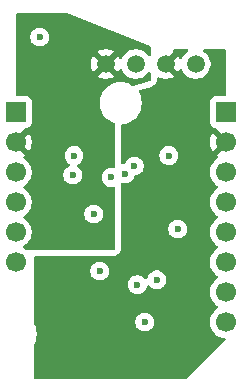
<source format=gbr>
%TF.GenerationSoftware,KiCad,Pcbnew,9.0.3*%
%TF.CreationDate,2025-12-07T20:29:12-06:00*%
%TF.ProjectId,IsolatedADSBoard,49736f6c-6174-4656-9441-4453426f6172,rev?*%
%TF.SameCoordinates,Original*%
%TF.FileFunction,Copper,L2,Inr*%
%TF.FilePolarity,Positive*%
%FSLAX46Y46*%
G04 Gerber Fmt 4.6, Leading zero omitted, Abs format (unit mm)*
G04 Created by KiCad (PCBNEW 9.0.3) date 2025-12-07 20:29:12*
%MOMM*%
%LPD*%
G01*
G04 APERTURE LIST*
%TA.AperFunction,ComponentPad*%
%ADD10C,1.500000*%
%TD*%
%TA.AperFunction,ComponentPad*%
%ADD11R,1.700000X1.700000*%
%TD*%
%TA.AperFunction,ComponentPad*%
%ADD12C,1.700000*%
%TD*%
%TA.AperFunction,ViaPad*%
%ADD13C,0.600000*%
%TD*%
G04 APERTURE END LIST*
D10*
%TO.N,GND*%
%TO.C,U14*%
X134620000Y-48006000D03*
%TO.N,VDD*%
X137160000Y-48006000D03*
%TO.N,Gnd-iso*%
X139700000Y-48006000D03*
%TO.N,5V-iso*%
X142240000Y-48006000D03*
%TD*%
D11*
%TO.N,5V-iso*%
%TO.C,J2*%
X144780000Y-52070000D03*
D12*
%TO.N,Gnd-iso*%
X144780000Y-54610000D03*
%TO.N,/Signal2-ISO*%
X144780000Y-57150000D03*
%TO.N,/Signal1-ISO*%
X144780000Y-59690000D03*
%TO.N,/AIN3*%
X144780000Y-62230000D03*
%TO.N,/AIN2*%
X144780000Y-64770000D03*
%TO.N,/AIN1*%
X144780000Y-67310000D03*
%TO.N,/AIN0*%
X144780000Y-69850000D03*
%TD*%
D11*
%TO.N,VDD*%
%TO.C,J1*%
X127000000Y-52070000D03*
D12*
%TO.N,GND*%
X127000000Y-54610000D03*
%TO.N,SDA*%
X127000000Y-57150000D03*
%TO.N,SCL*%
X127000000Y-59690000D03*
%TO.N,/Signal2-MCU*%
X127000000Y-62230000D03*
%TO.N,/Signal1-MCU*%
X127000000Y-64770000D03*
%TD*%
D13*
%TO.N,Gnd-iso*%
X130810000Y-72390000D03*
X130302000Y-65532000D03*
X139700000Y-72136000D03*
X139954000Y-59563000D03*
X137414000Y-74168000D03*
%TO.N,5V-iso*%
X137922000Y-69850000D03*
X134112000Y-65532000D03*
X140716000Y-61976000D03*
X139954000Y-55753000D03*
%TO.N,GND*%
X129032000Y-44704000D03*
X132080000Y-58949500D03*
X129286000Y-62230000D03*
%TO.N,VDD*%
X133604000Y-60706000D03*
X131931500Y-55753000D03*
X129032000Y-45720000D03*
%TO.N,SCL-5V*%
X136271000Y-57277000D03*
X137299550Y-66687550D03*
%TO.N,SDA-5V*%
X137037000Y-56642000D03*
X138938000Y-66282000D03*
%TO.N,SDA*%
X131826000Y-57404000D03*
%TO.N,SCL*%
X135076499Y-57606499D03*
%TD*%
%TA.AperFunction,Conductor*%
%TO.N,GND*%
G36*
X131340172Y-43696869D02*
G01*
X138352054Y-46501621D01*
X138406986Y-46544794D01*
X138429858Y-46610815D01*
X138430000Y-46616751D01*
X138430000Y-47244893D01*
X138410315Y-47311932D01*
X138357511Y-47357687D01*
X138288353Y-47367631D01*
X138224797Y-47338606D01*
X138205682Y-47317779D01*
X138169727Y-47268292D01*
X138113828Y-47191354D01*
X137974646Y-47052172D01*
X137815405Y-46936476D01*
X137640029Y-46847117D01*
X137452826Y-46786290D01*
X137258422Y-46755500D01*
X137258417Y-46755500D01*
X137061583Y-46755500D01*
X137061578Y-46755500D01*
X136867173Y-46786290D01*
X136679970Y-46847117D01*
X136504594Y-46936476D01*
X136413741Y-47002485D01*
X136345354Y-47052172D01*
X136345352Y-47052174D01*
X136345351Y-47052174D01*
X136206174Y-47191351D01*
X136206174Y-47191352D01*
X136206172Y-47191354D01*
X136156485Y-47259741D01*
X136090476Y-47350594D01*
X136000204Y-47527764D01*
X135952229Y-47578560D01*
X135884408Y-47595355D01*
X135818274Y-47572818D01*
X135779234Y-47527764D01*
X135689096Y-47350858D01*
X135663678Y-47315873D01*
X135663677Y-47315873D01*
X135020000Y-47959551D01*
X135020000Y-47953339D01*
X134992741Y-47851606D01*
X134940080Y-47760394D01*
X134865606Y-47685920D01*
X134774394Y-47633259D01*
X134672661Y-47606000D01*
X134666447Y-47606000D01*
X135310125Y-46962320D01*
X135310125Y-46962319D01*
X135275145Y-46936905D01*
X135099835Y-46847581D01*
X134912705Y-46786778D01*
X134718382Y-46756000D01*
X134521618Y-46756000D01*
X134327294Y-46786778D01*
X134140161Y-46847582D01*
X133964863Y-46936899D01*
X133964859Y-46936902D01*
X133929873Y-46962320D01*
X133929872Y-46962320D01*
X134573554Y-47606000D01*
X134567339Y-47606000D01*
X134465606Y-47633259D01*
X134374394Y-47685920D01*
X134299920Y-47760394D01*
X134247259Y-47851606D01*
X134220000Y-47953339D01*
X134220000Y-47959552D01*
X133576320Y-47315872D01*
X133576320Y-47315873D01*
X133550902Y-47350859D01*
X133550899Y-47350863D01*
X133461582Y-47526161D01*
X133400778Y-47713294D01*
X133370000Y-47907617D01*
X133370000Y-48104382D01*
X133400778Y-48298705D01*
X133461581Y-48485835D01*
X133550905Y-48661145D01*
X133576319Y-48696125D01*
X133576320Y-48696125D01*
X134220000Y-48052445D01*
X134220000Y-48058661D01*
X134247259Y-48160394D01*
X134299920Y-48251606D01*
X134374394Y-48326080D01*
X134465606Y-48378741D01*
X134567339Y-48406000D01*
X134573553Y-48406000D01*
X133929873Y-49049677D01*
X133929873Y-49049678D01*
X133964858Y-49075096D01*
X134140164Y-49164418D01*
X134327294Y-49225221D01*
X134521618Y-49256000D01*
X134718382Y-49256000D01*
X134912705Y-49225221D01*
X135099835Y-49164418D01*
X135275143Y-49075095D01*
X135310125Y-49049678D01*
X135310126Y-49049678D01*
X134666448Y-48406000D01*
X134672661Y-48406000D01*
X134774394Y-48378741D01*
X134865606Y-48326080D01*
X134940080Y-48251606D01*
X134992741Y-48160394D01*
X135020000Y-48058661D01*
X135020000Y-48052447D01*
X135663678Y-48696126D01*
X135663678Y-48696125D01*
X135689097Y-48661141D01*
X135779234Y-48484236D01*
X135827208Y-48433439D01*
X135895029Y-48416644D01*
X135961164Y-48439181D01*
X136000204Y-48484235D01*
X136001115Y-48486024D01*
X136001116Y-48486025D01*
X136090476Y-48661405D01*
X136206172Y-48820646D01*
X136345354Y-48959828D01*
X136504595Y-49075524D01*
X136587455Y-49117743D01*
X136679970Y-49164882D01*
X136679972Y-49164882D01*
X136679975Y-49164884D01*
X136780317Y-49197487D01*
X136867173Y-49225709D01*
X137061578Y-49256500D01*
X137061583Y-49256500D01*
X137258422Y-49256500D01*
X137452826Y-49225709D01*
X137454328Y-49225221D01*
X137640025Y-49164884D01*
X137815405Y-49075524D01*
X137974646Y-48959828D01*
X138113828Y-48820646D01*
X138205682Y-48694219D01*
X138261012Y-48651555D01*
X138330626Y-48645576D01*
X138392421Y-48678182D01*
X138426778Y-48739021D01*
X138430000Y-48767106D01*
X138430000Y-49327609D01*
X138410315Y-49394648D01*
X138357511Y-49440403D01*
X138340065Y-49446838D01*
X136963935Y-49840017D01*
X136894068Y-49839507D01*
X136867871Y-49828176D01*
X136747698Y-49758795D01*
X136674752Y-49716680D01*
X136460330Y-49627863D01*
X136460331Y-49627863D01*
X136460328Y-49627862D01*
X136318203Y-49589780D01*
X136236149Y-49567794D01*
X136207386Y-49564007D01*
X136006052Y-49537500D01*
X136006045Y-49537500D01*
X135773955Y-49537500D01*
X135773947Y-49537500D01*
X135543851Y-49567794D01*
X135319671Y-49627862D01*
X135105254Y-49716677D01*
X135105237Y-49716685D01*
X134904256Y-49832720D01*
X134904254Y-49832721D01*
X134720124Y-49974009D01*
X134720117Y-49974015D01*
X134556015Y-50138117D01*
X134556009Y-50138124D01*
X134414721Y-50322254D01*
X134414720Y-50322256D01*
X134298685Y-50523237D01*
X134298677Y-50523254D01*
X134209862Y-50737671D01*
X134149794Y-50961851D01*
X134119500Y-51191947D01*
X134119500Y-51424052D01*
X134149794Y-51654148D01*
X134209862Y-51878328D01*
X134298677Y-52092745D01*
X134298685Y-52092762D01*
X134414720Y-52293743D01*
X134414721Y-52293745D01*
X134556009Y-52477875D01*
X134556015Y-52477882D01*
X134720117Y-52641984D01*
X134720124Y-52641990D01*
X134904254Y-52783278D01*
X134904256Y-52783279D01*
X135105237Y-52899314D01*
X135105241Y-52899316D01*
X135105248Y-52899320D01*
X135105253Y-52899322D01*
X135105259Y-52899325D01*
X135184407Y-52932109D01*
X135305453Y-52982248D01*
X135359856Y-53026088D01*
X135381921Y-53092382D01*
X135382000Y-53096808D01*
X135382000Y-56699989D01*
X135362315Y-56767028D01*
X135309511Y-56812783D01*
X135240353Y-56822727D01*
X135233810Y-56821607D01*
X135155341Y-56805999D01*
X134997657Y-56805999D01*
X134997654Y-56805999D01*
X134843009Y-56836760D01*
X134842997Y-56836763D01*
X134697326Y-56897101D01*
X134697313Y-56897108D01*
X134566210Y-56984709D01*
X134566206Y-56984712D01*
X134454712Y-57096206D01*
X134454709Y-57096210D01*
X134367108Y-57227313D01*
X134367101Y-57227326D01*
X134306763Y-57372997D01*
X134306760Y-57373009D01*
X134275999Y-57527652D01*
X134275999Y-57685345D01*
X134306760Y-57839988D01*
X134306763Y-57840000D01*
X134367101Y-57985671D01*
X134367108Y-57985684D01*
X134454709Y-58116787D01*
X134454712Y-58116791D01*
X134566206Y-58228285D01*
X134566210Y-58228288D01*
X134697313Y-58315889D01*
X134697326Y-58315896D01*
X134842997Y-58376234D01*
X134843002Y-58376236D01*
X134997652Y-58406998D01*
X134997655Y-58406999D01*
X134997657Y-58406999D01*
X135155343Y-58406999D01*
X135233808Y-58391391D01*
X135303400Y-58397618D01*
X135358577Y-58440481D01*
X135381822Y-58506370D01*
X135382000Y-58513008D01*
X135382000Y-63630000D01*
X135362315Y-63697039D01*
X135309511Y-63742794D01*
X135258000Y-63754000D01*
X127939495Y-63754000D01*
X127919862Y-63748235D01*
X127899417Y-63747345D01*
X127876728Y-63735569D01*
X127872456Y-63734315D01*
X127867981Y-63731300D01*
X127867258Y-63730789D01*
X127707816Y-63614949D01*
X127691115Y-63606439D01*
X127683835Y-63601300D01*
X127667440Y-63580627D01*
X127648259Y-63562512D01*
X127646072Y-63553683D01*
X127640420Y-63546556D01*
X127637804Y-63520299D01*
X127631463Y-63494692D01*
X127634396Y-63486082D01*
X127633495Y-63477030D01*
X127645489Y-63453528D01*
X127653999Y-63428556D01*
X127661593Y-63421975D01*
X127665257Y-63414797D01*
X127679369Y-63406572D01*
X127699054Y-63389515D01*
X127707816Y-63385051D01*
X127729789Y-63369086D01*
X127879786Y-63260109D01*
X127879788Y-63260106D01*
X127879792Y-63260104D01*
X128030104Y-63109792D01*
X128030106Y-63109788D01*
X128030109Y-63109786D01*
X128155048Y-62937820D01*
X128155047Y-62937820D01*
X128155051Y-62937816D01*
X128251557Y-62748412D01*
X128317246Y-62546243D01*
X128350500Y-62336287D01*
X128350500Y-62123713D01*
X128317246Y-61913757D01*
X128251557Y-61711588D01*
X128155051Y-61522184D01*
X128155049Y-61522181D01*
X128155048Y-61522179D01*
X128030109Y-61350213D01*
X127879786Y-61199890D01*
X127707820Y-61074951D01*
X127707115Y-61074591D01*
X127699054Y-61070485D01*
X127648259Y-61022512D01*
X127631463Y-60954692D01*
X127653999Y-60888556D01*
X127699054Y-60849515D01*
X127707816Y-60845051D01*
X127790682Y-60784846D01*
X127879786Y-60720109D01*
X127879788Y-60720106D01*
X127879792Y-60720104D01*
X127972743Y-60627153D01*
X132803500Y-60627153D01*
X132803500Y-60784846D01*
X132834261Y-60939489D01*
X132834264Y-60939501D01*
X132894602Y-61085172D01*
X132894609Y-61085185D01*
X132982210Y-61216288D01*
X132982213Y-61216292D01*
X133093707Y-61327786D01*
X133093711Y-61327789D01*
X133224814Y-61415390D01*
X133224827Y-61415397D01*
X133370498Y-61475735D01*
X133370503Y-61475737D01*
X133525153Y-61506499D01*
X133525156Y-61506500D01*
X133525158Y-61506500D01*
X133682844Y-61506500D01*
X133682845Y-61506499D01*
X133837497Y-61475737D01*
X133983179Y-61415394D01*
X134114289Y-61327789D01*
X134225789Y-61216289D01*
X134313394Y-61085179D01*
X134373737Y-60939497D01*
X134404500Y-60784842D01*
X134404500Y-60627158D01*
X134404500Y-60627155D01*
X134404499Y-60627153D01*
X134393088Y-60569788D01*
X134373737Y-60472503D01*
X134342801Y-60397816D01*
X134313397Y-60326827D01*
X134313390Y-60326814D01*
X134225789Y-60195711D01*
X134225786Y-60195707D01*
X134114292Y-60084213D01*
X134114288Y-60084210D01*
X133983185Y-59996609D01*
X133983172Y-59996602D01*
X133837501Y-59936264D01*
X133837489Y-59936261D01*
X133682845Y-59905500D01*
X133682842Y-59905500D01*
X133525158Y-59905500D01*
X133525155Y-59905500D01*
X133370510Y-59936261D01*
X133370498Y-59936264D01*
X133224827Y-59996602D01*
X133224814Y-59996609D01*
X133093711Y-60084210D01*
X133093707Y-60084213D01*
X132982213Y-60195707D01*
X132982210Y-60195711D01*
X132894609Y-60326814D01*
X132894602Y-60326827D01*
X132834264Y-60472498D01*
X132834261Y-60472510D01*
X132803500Y-60627153D01*
X127972743Y-60627153D01*
X128030104Y-60569792D01*
X128030107Y-60569788D01*
X128045805Y-60548182D01*
X128045805Y-60548181D01*
X128100788Y-60472503D01*
X128155051Y-60397816D01*
X128251557Y-60208412D01*
X128317246Y-60006243D01*
X128350500Y-59796287D01*
X128350500Y-59583713D01*
X128317246Y-59373757D01*
X128251557Y-59171588D01*
X128155051Y-58982184D01*
X128155049Y-58982181D01*
X128155048Y-58982179D01*
X128030109Y-58810213D01*
X127879786Y-58659890D01*
X127707820Y-58534951D01*
X127707115Y-58534591D01*
X127699054Y-58530485D01*
X127648259Y-58482512D01*
X127631463Y-58414692D01*
X127653999Y-58348556D01*
X127699054Y-58309515D01*
X127707816Y-58305051D01*
X127813472Y-58228288D01*
X127879786Y-58180109D01*
X127879788Y-58180106D01*
X127879792Y-58180104D01*
X128030104Y-58029792D01*
X128030106Y-58029788D01*
X128030109Y-58029786D01*
X128155048Y-57857820D01*
X128155047Y-57857820D01*
X128155051Y-57857816D01*
X128251557Y-57668412D01*
X128317246Y-57466243D01*
X128339593Y-57325153D01*
X131025500Y-57325153D01*
X131025500Y-57482846D01*
X131056261Y-57637489D01*
X131056264Y-57637501D01*
X131116602Y-57783172D01*
X131116609Y-57783185D01*
X131204210Y-57914288D01*
X131204213Y-57914292D01*
X131315707Y-58025786D01*
X131315711Y-58025789D01*
X131446814Y-58113390D01*
X131446827Y-58113397D01*
X131592498Y-58173735D01*
X131592503Y-58173737D01*
X131747153Y-58204499D01*
X131747156Y-58204500D01*
X131747158Y-58204500D01*
X131904844Y-58204500D01*
X131904845Y-58204499D01*
X132059497Y-58173737D01*
X132205179Y-58113394D01*
X132336289Y-58025789D01*
X132447789Y-57914289D01*
X132535394Y-57783179D01*
X132595737Y-57637497D01*
X132626500Y-57482842D01*
X132626500Y-57325158D01*
X132626500Y-57325155D01*
X132626499Y-57325153D01*
X132614293Y-57263789D01*
X132595737Y-57170503D01*
X132564964Y-57096210D01*
X132535397Y-57024827D01*
X132535390Y-57024814D01*
X132447789Y-56893711D01*
X132447786Y-56893707D01*
X132336289Y-56782210D01*
X132223906Y-56707119D01*
X132179101Y-56653507D01*
X132170394Y-56584182D01*
X132200548Y-56521155D01*
X132245341Y-56489457D01*
X132310679Y-56462394D01*
X132441789Y-56374789D01*
X132553289Y-56263289D01*
X132640894Y-56132179D01*
X132701237Y-55986497D01*
X132732000Y-55831842D01*
X132732000Y-55674158D01*
X132732000Y-55674155D01*
X132731999Y-55674153D01*
X132701238Y-55519510D01*
X132701237Y-55519503D01*
X132701235Y-55519498D01*
X132640897Y-55373827D01*
X132640890Y-55373814D01*
X132553289Y-55242711D01*
X132553286Y-55242707D01*
X132441792Y-55131213D01*
X132441788Y-55131210D01*
X132310685Y-55043609D01*
X132310672Y-55043602D01*
X132165001Y-54983264D01*
X132164989Y-54983261D01*
X132010345Y-54952500D01*
X132010342Y-54952500D01*
X131852658Y-54952500D01*
X131852655Y-54952500D01*
X131698010Y-54983261D01*
X131697998Y-54983264D01*
X131552327Y-55043602D01*
X131552314Y-55043609D01*
X131421211Y-55131210D01*
X131421207Y-55131213D01*
X131309713Y-55242707D01*
X131309710Y-55242711D01*
X131222109Y-55373814D01*
X131222102Y-55373827D01*
X131161764Y-55519498D01*
X131161761Y-55519510D01*
X131131000Y-55674153D01*
X131131000Y-55831846D01*
X131161761Y-55986489D01*
X131161764Y-55986501D01*
X131222102Y-56132172D01*
X131222109Y-56132185D01*
X131309710Y-56263288D01*
X131309713Y-56263292D01*
X131421207Y-56374786D01*
X131421215Y-56374792D01*
X131533592Y-56449880D01*
X131578398Y-56503492D01*
X131587105Y-56572817D01*
X131556951Y-56635844D01*
X131512156Y-56667543D01*
X131446820Y-56694606D01*
X131446814Y-56694609D01*
X131315711Y-56782210D01*
X131315707Y-56782213D01*
X131204213Y-56893707D01*
X131204210Y-56893711D01*
X131116609Y-57024814D01*
X131116602Y-57024827D01*
X131056264Y-57170498D01*
X131056261Y-57170510D01*
X131025500Y-57325153D01*
X128339593Y-57325153D01*
X128350500Y-57256287D01*
X128350500Y-57043713D01*
X128317246Y-56833757D01*
X128251557Y-56631588D01*
X128155051Y-56442184D01*
X128155049Y-56442181D01*
X128155048Y-56442179D01*
X128030109Y-56270213D01*
X127879786Y-56119890D01*
X127707817Y-55994949D01*
X127698504Y-55990204D01*
X127647707Y-55942230D01*
X127630912Y-55874409D01*
X127653449Y-55808274D01*
X127698507Y-55769232D01*
X127707555Y-55764622D01*
X127761716Y-55725270D01*
X127761717Y-55725270D01*
X127129409Y-55092962D01*
X127192993Y-55075925D01*
X127307007Y-55010099D01*
X127400099Y-54917007D01*
X127465925Y-54802993D01*
X127482962Y-54739408D01*
X128115270Y-55371717D01*
X128115270Y-55371716D01*
X128154622Y-55317554D01*
X128251095Y-55128217D01*
X128316757Y-54926130D01*
X128316757Y-54926127D01*
X128350000Y-54716246D01*
X128350000Y-54503753D01*
X128316757Y-54293872D01*
X128316757Y-54293869D01*
X128251095Y-54091782D01*
X128154624Y-53902449D01*
X128115270Y-53848282D01*
X128115269Y-53848282D01*
X127482962Y-54480590D01*
X127465925Y-54417007D01*
X127400099Y-54302993D01*
X127307007Y-54209901D01*
X127192993Y-54144075D01*
X127129407Y-54127036D01*
X127799627Y-53456818D01*
X127860950Y-53423333D01*
X127887307Y-53420499D01*
X127897872Y-53420499D01*
X127957483Y-53414091D01*
X128092331Y-53363796D01*
X128207546Y-53277546D01*
X128293796Y-53162331D01*
X128344091Y-53027483D01*
X128350500Y-52967873D01*
X128350499Y-51172128D01*
X128344091Y-51112517D01*
X128333688Y-51084626D01*
X128293797Y-50977671D01*
X128293793Y-50977664D01*
X128207547Y-50862455D01*
X128207544Y-50862452D01*
X128092335Y-50776206D01*
X128092328Y-50776202D01*
X127957482Y-50725908D01*
X127957483Y-50725908D01*
X127897883Y-50719501D01*
X127897881Y-50719500D01*
X127897873Y-50719500D01*
X127897865Y-50719500D01*
X127124000Y-50719500D01*
X127056961Y-50699815D01*
X127011206Y-50647011D01*
X127000000Y-50595500D01*
X127000000Y-45641153D01*
X128231500Y-45641153D01*
X128231500Y-45798846D01*
X128262261Y-45953489D01*
X128262264Y-45953501D01*
X128322602Y-46099172D01*
X128322609Y-46099185D01*
X128410210Y-46230288D01*
X128410213Y-46230292D01*
X128521707Y-46341786D01*
X128521711Y-46341789D01*
X128652814Y-46429390D01*
X128652827Y-46429397D01*
X128798498Y-46489735D01*
X128798503Y-46489737D01*
X128953153Y-46520499D01*
X128953156Y-46520500D01*
X128953158Y-46520500D01*
X129110844Y-46520500D01*
X129110845Y-46520499D01*
X129265497Y-46489737D01*
X129411179Y-46429394D01*
X129542289Y-46341789D01*
X129653789Y-46230289D01*
X129741394Y-46099179D01*
X129801737Y-45953497D01*
X129832500Y-45798842D01*
X129832500Y-45641158D01*
X129832500Y-45641155D01*
X129832499Y-45641153D01*
X129801738Y-45486510D01*
X129801737Y-45486503D01*
X129801735Y-45486498D01*
X129741397Y-45340827D01*
X129741390Y-45340814D01*
X129653789Y-45209711D01*
X129653786Y-45209707D01*
X129542292Y-45098213D01*
X129542288Y-45098210D01*
X129411185Y-45010609D01*
X129411172Y-45010602D01*
X129265501Y-44950264D01*
X129265489Y-44950261D01*
X129110845Y-44919500D01*
X129110842Y-44919500D01*
X128953158Y-44919500D01*
X128953155Y-44919500D01*
X128798510Y-44950261D01*
X128798498Y-44950264D01*
X128652827Y-45010602D01*
X128652814Y-45010609D01*
X128521711Y-45098210D01*
X128521707Y-45098213D01*
X128410213Y-45209707D01*
X128410210Y-45209711D01*
X128322609Y-45340814D01*
X128322602Y-45340827D01*
X128262264Y-45486498D01*
X128262261Y-45486510D01*
X128231500Y-45641153D01*
X127000000Y-45641153D01*
X127000000Y-43812000D01*
X127019685Y-43744961D01*
X127072489Y-43699206D01*
X127124000Y-43688000D01*
X131294120Y-43688000D01*
X131340172Y-43696869D01*
G37*
%TD.AperFunction*%
%TD*%
%TA.AperFunction,Conductor*%
%TO.N,Gnd-iso*%
G36*
X144723039Y-46755685D02*
G01*
X144768794Y-46808489D01*
X144780000Y-46860000D01*
X144780000Y-50595500D01*
X144760315Y-50662539D01*
X144707511Y-50708294D01*
X144656000Y-50719500D01*
X143882129Y-50719500D01*
X143882123Y-50719501D01*
X143822516Y-50725908D01*
X143687671Y-50776202D01*
X143687664Y-50776206D01*
X143572455Y-50862452D01*
X143572452Y-50862455D01*
X143486206Y-50977664D01*
X143486202Y-50977671D01*
X143435908Y-51112517D01*
X143429501Y-51172116D01*
X143429500Y-51172135D01*
X143429500Y-52967870D01*
X143429501Y-52967876D01*
X143435908Y-53027483D01*
X143486202Y-53162328D01*
X143486206Y-53162335D01*
X143572452Y-53277544D01*
X143572455Y-53277547D01*
X143687664Y-53363793D01*
X143687671Y-53363797D01*
X143732618Y-53380561D01*
X143822517Y-53414091D01*
X143882127Y-53420500D01*
X143892685Y-53420499D01*
X143959723Y-53440179D01*
X143980372Y-53456818D01*
X144650591Y-54127037D01*
X144587007Y-54144075D01*
X144472993Y-54209901D01*
X144379901Y-54302993D01*
X144314075Y-54417007D01*
X144297037Y-54480591D01*
X143664728Y-53848282D01*
X143664727Y-53848282D01*
X143625380Y-53902439D01*
X143528904Y-54091782D01*
X143463242Y-54293869D01*
X143463242Y-54293872D01*
X143430000Y-54503753D01*
X143430000Y-54716246D01*
X143463242Y-54926127D01*
X143463242Y-54926130D01*
X143528904Y-55128217D01*
X143625375Y-55317550D01*
X143664728Y-55371716D01*
X144297037Y-54739408D01*
X144314075Y-54802993D01*
X144379901Y-54917007D01*
X144472993Y-55010099D01*
X144587007Y-55075925D01*
X144650588Y-55092962D01*
X144018282Y-55725269D01*
X144018282Y-55725270D01*
X144072452Y-55764626D01*
X144072451Y-55764626D01*
X144081495Y-55769234D01*
X144132292Y-55817208D01*
X144149087Y-55885029D01*
X144126550Y-55951164D01*
X144081499Y-55990202D01*
X144072182Y-55994949D01*
X143900213Y-56119890D01*
X143749890Y-56270213D01*
X143624951Y-56442179D01*
X143528444Y-56631585D01*
X143462753Y-56833760D01*
X143429500Y-57043713D01*
X143429500Y-57256286D01*
X143454120Y-57411735D01*
X143462754Y-57466243D01*
X143524470Y-57656185D01*
X143528444Y-57668414D01*
X143624951Y-57857820D01*
X143749890Y-58029786D01*
X143900213Y-58180109D01*
X144072182Y-58305050D01*
X144080946Y-58309516D01*
X144131742Y-58357491D01*
X144148536Y-58425312D01*
X144125998Y-58491447D01*
X144080946Y-58530484D01*
X144072182Y-58534949D01*
X143900213Y-58659890D01*
X143749890Y-58810213D01*
X143624951Y-58982179D01*
X143528444Y-59171585D01*
X143462753Y-59373760D01*
X143444005Y-59492132D01*
X143429500Y-59583713D01*
X143429500Y-59796287D01*
X143462754Y-60006243D01*
X143503900Y-60132878D01*
X143528444Y-60208414D01*
X143624951Y-60397820D01*
X143749890Y-60569786D01*
X143900213Y-60720109D01*
X144072182Y-60845050D01*
X144080946Y-60849516D01*
X144131742Y-60897491D01*
X144148536Y-60965312D01*
X144125998Y-61031447D01*
X144080946Y-61070484D01*
X144072182Y-61074949D01*
X143900213Y-61199890D01*
X143749890Y-61350213D01*
X143624951Y-61522179D01*
X143528444Y-61711585D01*
X143462753Y-61913760D01*
X143429500Y-62123713D01*
X143429500Y-62336286D01*
X143453258Y-62486292D01*
X143462754Y-62546243D01*
X143527574Y-62745738D01*
X143528444Y-62748414D01*
X143624951Y-62937820D01*
X143749890Y-63109786D01*
X143900213Y-63260109D01*
X144072182Y-63385050D01*
X144080946Y-63389516D01*
X144131742Y-63437491D01*
X144148536Y-63505312D01*
X144125998Y-63571447D01*
X144080946Y-63610484D01*
X144072182Y-63614949D01*
X143900213Y-63739890D01*
X143749890Y-63890213D01*
X143624951Y-64062179D01*
X143528444Y-64251585D01*
X143462753Y-64453760D01*
X143429500Y-64663713D01*
X143429500Y-64876287D01*
X143462754Y-65086243D01*
X143484384Y-65152814D01*
X143528444Y-65288414D01*
X143624951Y-65477820D01*
X143749890Y-65649786D01*
X143900213Y-65800109D01*
X144072182Y-65925050D01*
X144080946Y-65929516D01*
X144131742Y-65977491D01*
X144148536Y-66045312D01*
X144125998Y-66111447D01*
X144080946Y-66150484D01*
X144072182Y-66154949D01*
X143900213Y-66279890D01*
X143749890Y-66430213D01*
X143624951Y-66602179D01*
X143528444Y-66791585D01*
X143462753Y-66993760D01*
X143448698Y-67082500D01*
X143429500Y-67203713D01*
X143429500Y-67416287D01*
X143435994Y-67457287D01*
X143462753Y-67626239D01*
X143528444Y-67828414D01*
X143624951Y-68017820D01*
X143749890Y-68189786D01*
X143900213Y-68340109D01*
X144072182Y-68465050D01*
X144080946Y-68469516D01*
X144131742Y-68517491D01*
X144148536Y-68585312D01*
X144125998Y-68651447D01*
X144080946Y-68690484D01*
X144072182Y-68694949D01*
X143900213Y-68819890D01*
X143749890Y-68970213D01*
X143624951Y-69142179D01*
X143528444Y-69331585D01*
X143462753Y-69533760D01*
X143429500Y-69743713D01*
X143429500Y-69956286D01*
X143456955Y-70129634D01*
X143462754Y-70166243D01*
X143525803Y-70360288D01*
X143528444Y-70368414D01*
X143624951Y-70557820D01*
X143749890Y-70729786D01*
X143900213Y-70880109D01*
X144072179Y-71005048D01*
X144072181Y-71005049D01*
X144072184Y-71005051D01*
X144261588Y-71101557D01*
X144463757Y-71167246D01*
X144673713Y-71200500D01*
X144673716Y-71200500D01*
X144674878Y-71200684D01*
X144738012Y-71230613D01*
X144774944Y-71289924D01*
X144773946Y-71359787D01*
X144743161Y-71410838D01*
X141506819Y-74647181D01*
X141445496Y-74680666D01*
X141419138Y-74683500D01*
X128648000Y-74683500D01*
X128580961Y-74663815D01*
X128535206Y-74611011D01*
X128524000Y-74559500D01*
X128524000Y-71800579D01*
X128540612Y-71738580D01*
X128591320Y-71650752D01*
X128680137Y-71436330D01*
X128740206Y-71212149D01*
X128770500Y-70982045D01*
X128770500Y-70749955D01*
X128740206Y-70519851D01*
X128680137Y-70295670D01*
X128591320Y-70081248D01*
X128540613Y-69993420D01*
X128536462Y-69977931D01*
X128529023Y-69966355D01*
X128524000Y-69931420D01*
X128524000Y-69771153D01*
X137121500Y-69771153D01*
X137121500Y-69928846D01*
X137152261Y-70083489D01*
X137152264Y-70083501D01*
X137212602Y-70229172D01*
X137212609Y-70229185D01*
X137300210Y-70360288D01*
X137300213Y-70360292D01*
X137411707Y-70471786D01*
X137411711Y-70471789D01*
X137542814Y-70559390D01*
X137542827Y-70559397D01*
X137688498Y-70619735D01*
X137688503Y-70619737D01*
X137843153Y-70650499D01*
X137843156Y-70650500D01*
X137843158Y-70650500D01*
X138000844Y-70650500D01*
X138000845Y-70650499D01*
X138155497Y-70619737D01*
X138301179Y-70559394D01*
X138432289Y-70471789D01*
X138543789Y-70360289D01*
X138631394Y-70229179D01*
X138691737Y-70083497D01*
X138722500Y-69928842D01*
X138722500Y-69771158D01*
X138722500Y-69771155D01*
X138722499Y-69771153D01*
X138717041Y-69743713D01*
X138691737Y-69616503D01*
X138656740Y-69532011D01*
X138631397Y-69470827D01*
X138631390Y-69470814D01*
X138543789Y-69339711D01*
X138543786Y-69339707D01*
X138432292Y-69228213D01*
X138432288Y-69228210D01*
X138301185Y-69140609D01*
X138301172Y-69140602D01*
X138155501Y-69080264D01*
X138155489Y-69080261D01*
X138000845Y-69049500D01*
X138000842Y-69049500D01*
X137843158Y-69049500D01*
X137843155Y-69049500D01*
X137688510Y-69080261D01*
X137688498Y-69080264D01*
X137542827Y-69140602D01*
X137542814Y-69140609D01*
X137411711Y-69228210D01*
X137411707Y-69228213D01*
X137300213Y-69339707D01*
X137300210Y-69339711D01*
X137212609Y-69470814D01*
X137212602Y-69470827D01*
X137152264Y-69616498D01*
X137152261Y-69616510D01*
X137121500Y-69771153D01*
X128524000Y-69771153D01*
X128524000Y-66608703D01*
X136499050Y-66608703D01*
X136499050Y-66766396D01*
X136529811Y-66921039D01*
X136529814Y-66921051D01*
X136590152Y-67066722D01*
X136590159Y-67066735D01*
X136677760Y-67197838D01*
X136677763Y-67197842D01*
X136789257Y-67309336D01*
X136789261Y-67309339D01*
X136920364Y-67396940D01*
X136920377Y-67396947D01*
X136967069Y-67416287D01*
X137066053Y-67457287D01*
X137220703Y-67488049D01*
X137220706Y-67488050D01*
X137220708Y-67488050D01*
X137378394Y-67488050D01*
X137378395Y-67488049D01*
X137533047Y-67457287D01*
X137678729Y-67396944D01*
X137809839Y-67309339D01*
X137921339Y-67197839D01*
X138008944Y-67066729D01*
X138069287Y-66921047D01*
X138087265Y-66830661D01*
X138119649Y-66768753D01*
X138180364Y-66734179D01*
X138250134Y-66737918D01*
X138306806Y-66778784D01*
X138311982Y-66785962D01*
X138316206Y-66792283D01*
X138316213Y-66792292D01*
X138427707Y-66903786D01*
X138427711Y-66903789D01*
X138558814Y-66991390D01*
X138558827Y-66991397D01*
X138704498Y-67051735D01*
X138704503Y-67051737D01*
X138859153Y-67082499D01*
X138859156Y-67082500D01*
X138859158Y-67082500D01*
X139016844Y-67082500D01*
X139016845Y-67082499D01*
X139171497Y-67051737D01*
X139317179Y-66991394D01*
X139448289Y-66903789D01*
X139559789Y-66792289D01*
X139647394Y-66661179D01*
X139707737Y-66515497D01*
X139738500Y-66360842D01*
X139738500Y-66203158D01*
X139738500Y-66203155D01*
X139738499Y-66203153D01*
X139733348Y-66177257D01*
X139707737Y-66048503D01*
X139678323Y-65977491D01*
X139647397Y-65902827D01*
X139647390Y-65902814D01*
X139559789Y-65771711D01*
X139559786Y-65771707D01*
X139448292Y-65660213D01*
X139448288Y-65660210D01*
X139317185Y-65572609D01*
X139317172Y-65572602D01*
X139171501Y-65512264D01*
X139171489Y-65512261D01*
X139016845Y-65481500D01*
X139016842Y-65481500D01*
X138859158Y-65481500D01*
X138859155Y-65481500D01*
X138704510Y-65512261D01*
X138704498Y-65512264D01*
X138558827Y-65572602D01*
X138558814Y-65572609D01*
X138427711Y-65660210D01*
X138427707Y-65660213D01*
X138316213Y-65771707D01*
X138316210Y-65771711D01*
X138228609Y-65902814D01*
X138228602Y-65902827D01*
X138168264Y-66048498D01*
X138168261Y-66048508D01*
X138150284Y-66138886D01*
X138117899Y-66200797D01*
X138057183Y-66235371D01*
X137987414Y-66231631D01*
X137930742Y-66190764D01*
X137925565Y-66183585D01*
X137921339Y-66177261D01*
X137921336Y-66177257D01*
X137809842Y-66065763D01*
X137809838Y-66065760D01*
X137678735Y-65978159D01*
X137678722Y-65978152D01*
X137533051Y-65917814D01*
X137533039Y-65917811D01*
X137378395Y-65887050D01*
X137378392Y-65887050D01*
X137220708Y-65887050D01*
X137220705Y-65887050D01*
X137066060Y-65917811D01*
X137066048Y-65917814D01*
X136920377Y-65978152D01*
X136920364Y-65978159D01*
X136789261Y-66065760D01*
X136789257Y-66065763D01*
X136677763Y-66177257D01*
X136677760Y-66177261D01*
X136590159Y-66308364D01*
X136590152Y-66308377D01*
X136529814Y-66454048D01*
X136529811Y-66454060D01*
X136499050Y-66608703D01*
X128524000Y-66608703D01*
X128524000Y-65453153D01*
X133311500Y-65453153D01*
X133311500Y-65610846D01*
X133342261Y-65765489D01*
X133342264Y-65765501D01*
X133402602Y-65911172D01*
X133402609Y-65911185D01*
X133490210Y-66042288D01*
X133490213Y-66042292D01*
X133601707Y-66153786D01*
X133601711Y-66153789D01*
X133732814Y-66241390D01*
X133732827Y-66241397D01*
X133878498Y-66301735D01*
X133878503Y-66301737D01*
X134033153Y-66332499D01*
X134033156Y-66332500D01*
X134033158Y-66332500D01*
X134190844Y-66332500D01*
X134190845Y-66332499D01*
X134345497Y-66301737D01*
X134491179Y-66241394D01*
X134622289Y-66153789D01*
X134733789Y-66042289D01*
X134821394Y-65911179D01*
X134824854Y-65902827D01*
X134879163Y-65771711D01*
X134881737Y-65765497D01*
X134912500Y-65610842D01*
X134912500Y-65453158D01*
X134912500Y-65453155D01*
X134912499Y-65453153D01*
X134881738Y-65298510D01*
X134881737Y-65298503D01*
X134877557Y-65288412D01*
X134821397Y-65152827D01*
X134821390Y-65152814D01*
X134733789Y-65021711D01*
X134733786Y-65021707D01*
X134622292Y-64910213D01*
X134622288Y-64910210D01*
X134491185Y-64822609D01*
X134491172Y-64822602D01*
X134345501Y-64762264D01*
X134345489Y-64762261D01*
X134190845Y-64731500D01*
X134190842Y-64731500D01*
X134033158Y-64731500D01*
X134033155Y-64731500D01*
X133878510Y-64762261D01*
X133878498Y-64762264D01*
X133732827Y-64822602D01*
X133732814Y-64822609D01*
X133601711Y-64910210D01*
X133601707Y-64910213D01*
X133490213Y-65021707D01*
X133490210Y-65021711D01*
X133402609Y-65152814D01*
X133402602Y-65152827D01*
X133342264Y-65298498D01*
X133342261Y-65298510D01*
X133311500Y-65453153D01*
X128524000Y-65453153D01*
X128524000Y-64386000D01*
X128543685Y-64318961D01*
X128596489Y-64273206D01*
X128648000Y-64262000D01*
X135318499Y-64262000D01*
X135318500Y-64262000D01*
X135318500Y-64261999D01*
X135331383Y-64256663D01*
X135362219Y-64248792D01*
X135362169Y-64248480D01*
X135365441Y-64247948D01*
X135365456Y-64247947D01*
X135416967Y-64236741D01*
X135451197Y-64225347D01*
X135519497Y-64202616D01*
X135519501Y-64202613D01*
X135519504Y-64202613D01*
X135640543Y-64124825D01*
X135693347Y-64079070D01*
X135787567Y-63970336D01*
X135847338Y-63839459D01*
X135867023Y-63772420D01*
X135867024Y-63772416D01*
X135871047Y-63744430D01*
X135884519Y-63714929D01*
X135880560Y-63713289D01*
X135890000Y-63690500D01*
X135890000Y-61897153D01*
X139915500Y-61897153D01*
X139915500Y-62054846D01*
X139946261Y-62209489D01*
X139946264Y-62209501D01*
X140006602Y-62355172D01*
X140006609Y-62355185D01*
X140094210Y-62486288D01*
X140094213Y-62486292D01*
X140205707Y-62597786D01*
X140205711Y-62597789D01*
X140336814Y-62685390D01*
X140336827Y-62685397D01*
X140482498Y-62745735D01*
X140482503Y-62745737D01*
X140637153Y-62776499D01*
X140637156Y-62776500D01*
X140637158Y-62776500D01*
X140794844Y-62776500D01*
X140794845Y-62776499D01*
X140949497Y-62745737D01*
X141095179Y-62685394D01*
X141226289Y-62597789D01*
X141337789Y-62486289D01*
X141425394Y-62355179D01*
X141485737Y-62209497D01*
X141516500Y-62054842D01*
X141516500Y-61897158D01*
X141516500Y-61897155D01*
X141516499Y-61897153D01*
X141485738Y-61742510D01*
X141485737Y-61742503D01*
X141472932Y-61711588D01*
X141425397Y-61596827D01*
X141425390Y-61596814D01*
X141337789Y-61465711D01*
X141337786Y-61465707D01*
X141226292Y-61354213D01*
X141226288Y-61354210D01*
X141095185Y-61266609D01*
X141095172Y-61266602D01*
X140949501Y-61206264D01*
X140949489Y-61206261D01*
X140794845Y-61175500D01*
X140794842Y-61175500D01*
X140637158Y-61175500D01*
X140637155Y-61175500D01*
X140482510Y-61206261D01*
X140482498Y-61206264D01*
X140336827Y-61266602D01*
X140336814Y-61266609D01*
X140205711Y-61354210D01*
X140205707Y-61354213D01*
X140094213Y-61465707D01*
X140094210Y-61465711D01*
X140006609Y-61596814D01*
X140006602Y-61596827D01*
X139946264Y-61742498D01*
X139946261Y-61742510D01*
X139915500Y-61897153D01*
X135890000Y-61897153D01*
X135890000Y-58168491D01*
X135909685Y-58101452D01*
X135962489Y-58055697D01*
X136031647Y-58045753D01*
X136038192Y-58046874D01*
X136192155Y-58077500D01*
X136192158Y-58077500D01*
X136349844Y-58077500D01*
X136349845Y-58077499D01*
X136504497Y-58046737D01*
X136650179Y-57986394D01*
X136781289Y-57898789D01*
X136892789Y-57787289D01*
X136980394Y-57656179D01*
X136980395Y-57656176D01*
X136980397Y-57656173D01*
X137039323Y-57513910D01*
X137083163Y-57459506D01*
X137129693Y-57439745D01*
X137158757Y-57433963D01*
X137270497Y-57411737D01*
X137416179Y-57351394D01*
X137547289Y-57263789D01*
X137658789Y-57152289D01*
X137746394Y-57021179D01*
X137806737Y-56875497D01*
X137837500Y-56720842D01*
X137837500Y-56563158D01*
X137837500Y-56563155D01*
X137837499Y-56563153D01*
X137826025Y-56505468D01*
X137806737Y-56408503D01*
X137804834Y-56403909D01*
X137746397Y-56262827D01*
X137746390Y-56262814D01*
X137658789Y-56131711D01*
X137658786Y-56131707D01*
X137547292Y-56020213D01*
X137547288Y-56020210D01*
X137416185Y-55932609D01*
X137416172Y-55932602D01*
X137270501Y-55872264D01*
X137270489Y-55872261D01*
X137115845Y-55841500D01*
X137115842Y-55841500D01*
X136958158Y-55841500D01*
X136958155Y-55841500D01*
X136803510Y-55872261D01*
X136803498Y-55872264D01*
X136657827Y-55932602D01*
X136657814Y-55932609D01*
X136526711Y-56020210D01*
X136526707Y-56020213D01*
X136415213Y-56131707D01*
X136415210Y-56131711D01*
X136327609Y-56262814D01*
X136327604Y-56262823D01*
X136268676Y-56405090D01*
X136263694Y-56411271D01*
X136261869Y-56418997D01*
X136242086Y-56438085D01*
X136224835Y-56459493D01*
X136216021Y-56463236D01*
X136211590Y-56467512D01*
X136178307Y-56479254D01*
X136038192Y-56507125D01*
X135968600Y-56500898D01*
X135913423Y-56458035D01*
X135890178Y-56392145D01*
X135890000Y-56385508D01*
X135890000Y-55674153D01*
X139153500Y-55674153D01*
X139153500Y-55831846D01*
X139184261Y-55986489D01*
X139184264Y-55986501D01*
X139244602Y-56132172D01*
X139244609Y-56132185D01*
X139332210Y-56263288D01*
X139332213Y-56263292D01*
X139443707Y-56374786D01*
X139443711Y-56374789D01*
X139574814Y-56462390D01*
X139574827Y-56462397D01*
X139682812Y-56507125D01*
X139720503Y-56522737D01*
X139875153Y-56553499D01*
X139875156Y-56553500D01*
X139875158Y-56553500D01*
X140032844Y-56553500D01*
X140032845Y-56553499D01*
X140187497Y-56522737D01*
X140333179Y-56462394D01*
X140464289Y-56374789D01*
X140575789Y-56263289D01*
X140663394Y-56132179D01*
X140723737Y-55986497D01*
X140754500Y-55831842D01*
X140754500Y-55674158D01*
X140754500Y-55674155D01*
X140754499Y-55674153D01*
X140723738Y-55519510D01*
X140723737Y-55519503D01*
X140723735Y-55519498D01*
X140663397Y-55373827D01*
X140663390Y-55373814D01*
X140575789Y-55242711D01*
X140575786Y-55242707D01*
X140464292Y-55131213D01*
X140464288Y-55131210D01*
X140333185Y-55043609D01*
X140333172Y-55043602D01*
X140187501Y-54983264D01*
X140187489Y-54983261D01*
X140032845Y-54952500D01*
X140032842Y-54952500D01*
X139875158Y-54952500D01*
X139875155Y-54952500D01*
X139720510Y-54983261D01*
X139720498Y-54983264D01*
X139574827Y-55043602D01*
X139574814Y-55043609D01*
X139443711Y-55131210D01*
X139443707Y-55131213D01*
X139332213Y-55242707D01*
X139332210Y-55242711D01*
X139244609Y-55373814D01*
X139244602Y-55373827D01*
X139184264Y-55519498D01*
X139184261Y-55519510D01*
X139153500Y-55674153D01*
X135890000Y-55674153D01*
X135890000Y-53202244D01*
X135909685Y-53135205D01*
X135962489Y-53089450D01*
X136002078Y-53079473D01*
X136002020Y-53079030D01*
X136005828Y-53078528D01*
X136005910Y-53078508D01*
X136006028Y-53078500D01*
X136006045Y-53078500D01*
X136236149Y-53048206D01*
X136460330Y-52988137D01*
X136674752Y-52899320D01*
X136875748Y-52783276D01*
X137059877Y-52641989D01*
X137223989Y-52477877D01*
X137365276Y-52293748D01*
X137481320Y-52092752D01*
X137570137Y-51878330D01*
X137630206Y-51654149D01*
X137660500Y-51424045D01*
X137660500Y-51191955D01*
X137630206Y-50961851D01*
X137570137Y-50737670D01*
X137481320Y-50523248D01*
X137481314Y-50523237D01*
X137409435Y-50398737D01*
X137392962Y-50330837D01*
X137415815Y-50264810D01*
X137470736Y-50221620D01*
X137482746Y-50217512D01*
X138153412Y-50025894D01*
X138478930Y-49932890D01*
X138480773Y-49932287D01*
X138514999Y-49921104D01*
X138532445Y-49914669D01*
X138567504Y-49900222D01*
X138688543Y-49822434D01*
X138741347Y-49776679D01*
X138835567Y-49667945D01*
X138895338Y-49537068D01*
X138915023Y-49470029D01*
X138915024Y-49470025D01*
X138935500Y-49327609D01*
X138935500Y-49221725D01*
X138955185Y-49154686D01*
X139007989Y-49108931D01*
X139077147Y-49098987D01*
X139115795Y-49111240D01*
X139220164Y-49164418D01*
X139407294Y-49225221D01*
X139601618Y-49256000D01*
X139798382Y-49256000D01*
X139992705Y-49225221D01*
X140179835Y-49164418D01*
X140355143Y-49075095D01*
X140390125Y-49049678D01*
X140390126Y-49049678D01*
X139746447Y-48406000D01*
X139752661Y-48406000D01*
X139854394Y-48378741D01*
X139945606Y-48326080D01*
X140020080Y-48251606D01*
X140072741Y-48160394D01*
X140100000Y-48058661D01*
X140100000Y-48052448D01*
X140743678Y-48696126D01*
X140743678Y-48696125D01*
X140769097Y-48661141D01*
X140859234Y-48484236D01*
X140907208Y-48433439D01*
X140975029Y-48416644D01*
X141041164Y-48439181D01*
X141080204Y-48484235D01*
X141081115Y-48486024D01*
X141081116Y-48486025D01*
X141170476Y-48661405D01*
X141286172Y-48820646D01*
X141425354Y-48959828D01*
X141584595Y-49075524D01*
X141654692Y-49111240D01*
X141759970Y-49164882D01*
X141759972Y-49164882D01*
X141759975Y-49164884D01*
X141860317Y-49197487D01*
X141947173Y-49225709D01*
X142141578Y-49256500D01*
X142141583Y-49256500D01*
X142338422Y-49256500D01*
X142532826Y-49225709D01*
X142545087Y-49221725D01*
X142720025Y-49164884D01*
X142895405Y-49075524D01*
X143054646Y-48959828D01*
X143193828Y-48820646D01*
X143309524Y-48661405D01*
X143398884Y-48486025D01*
X143459709Y-48298826D01*
X143467188Y-48251606D01*
X143490500Y-48104422D01*
X143490500Y-47907577D01*
X143459709Y-47713173D01*
X143398882Y-47525970D01*
X143351743Y-47433455D01*
X143309524Y-47350595D01*
X143193828Y-47191354D01*
X143054646Y-47052172D01*
X142928219Y-46960317D01*
X142885555Y-46904988D01*
X142879576Y-46835374D01*
X142912182Y-46773579D01*
X142973021Y-46739222D01*
X143001106Y-46736000D01*
X144656000Y-46736000D01*
X144723039Y-46755685D01*
G37*
%TD.AperFunction*%
%TA.AperFunction,Conductor*%
G36*
X141545933Y-46755685D02*
G01*
X141591688Y-46808489D01*
X141601632Y-46877647D01*
X141572607Y-46941203D01*
X141551781Y-46960316D01*
X141425354Y-47052172D01*
X141425352Y-47052174D01*
X141425351Y-47052174D01*
X141286174Y-47191351D01*
X141286174Y-47191352D01*
X141286172Y-47191354D01*
X141236485Y-47259741D01*
X141170476Y-47350594D01*
X141080204Y-47527764D01*
X141032229Y-47578560D01*
X140964408Y-47595355D01*
X140898274Y-47572818D01*
X140859234Y-47527764D01*
X140769096Y-47350858D01*
X140743678Y-47315873D01*
X140743677Y-47315873D01*
X140100000Y-47959551D01*
X140100000Y-47953339D01*
X140072741Y-47851606D01*
X140020080Y-47760394D01*
X139945606Y-47685920D01*
X139854394Y-47633259D01*
X139752661Y-47606000D01*
X139746446Y-47606000D01*
X140390125Y-46962320D01*
X140390125Y-46962319D01*
X140387372Y-46960319D01*
X140344705Y-46904990D01*
X140338725Y-46835376D01*
X140371330Y-46773581D01*
X140432169Y-46739223D01*
X140460256Y-46736000D01*
X141478894Y-46736000D01*
X141545933Y-46755685D01*
G37*
%TD.AperFunction*%
%TD*%
M02*

</source>
